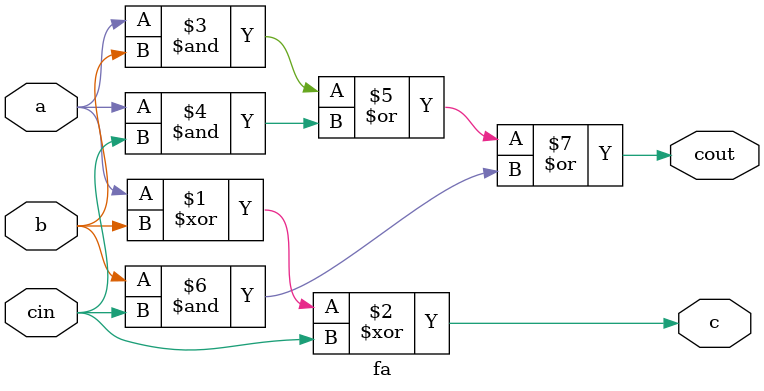
<source format=v>
 module bit_32_add(input [31:0] a,input [31:0]b,input cin,output[31:0]sum,output cout);
  wire [31:0] coutt;
  genvar i;
  fa inst1(.a(a[0]),.b(b[0]),.cin(cin),.c(sum[0]),.cout(coutt[0]));
  generate
  for(i=1;i<32;i=i+1) begin: adc
  fa insti(.a(a[i]),.b(b[i]),.cin(coutt[i-1]),.c(sum[i]),.cout(coutt[i]));
  end
  endgenerate
  assign cout=coutt[3];
 
endmodule


module fa(input a,input b,input cin, output c,output cout);
  assign c=a^b^cin;
  assign cout=a&b|a&cin|b&cin;
endmodule

</source>
